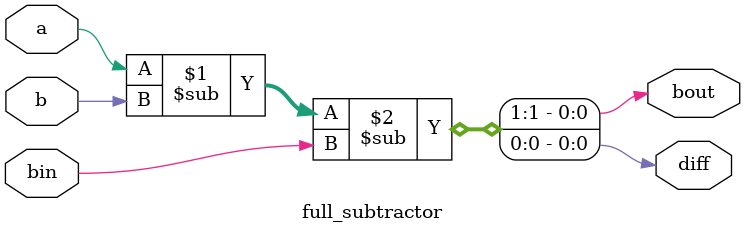
<source format=v>
module subtractor_8bit(
    input [7:0] a, b,
    input bin,
    output [7:0] diff,
    output bout);

    wire [8:0] btemp;

    full_subtractor FS0 (.a(a[0]), .b(b[0]), .bin(bin), .diff(diff[0]), .bout(btemp[0]));
    full_subtractor FS1 (.a(a[1]), .b(b[1]), .bin(btemp[0]), .diff(diff[1]), .bout(btemp[1]));
    full_subtractor FS2 (.a(a[2]), .b(b[2]), .bin(btemp[1]), .diff(diff[2]), .bout(btemp[2]));
    full_subtractor FS3 (.a(a[3]), .b(b[3]), .bin(btemp[2]), .diff(diff[3]), .bout(btemp[3]));
    full_subtractor FS4 (.a(a[4]), .b(b[4]), .bin(btemp[3]), .diff(diff[4]), .bout(btemp[4]));
    full_subtractor FS5 (.a(a[5]), .b(b[5]), .bin(btemp[4]), .diff(diff[5]), .bout(btemp[5]));
    full_subtractor FS6 (.a(a[6]), .b(b[6]), .bin(btemp[5]), .diff(diff[6]), .bout(btemp[6]));
    full_subtractor FS7 (.a(a[7]), .b(b[7]), .bin(btemp[6]), .diff(diff[7]), .bout(btemp[7]));

    assign bout = btemp[7];
endmodule

module full_subtractor (input a, b, bin, output diff, bout);
    assign {bout, diff} = a - b - bin;
endmodule

</source>
